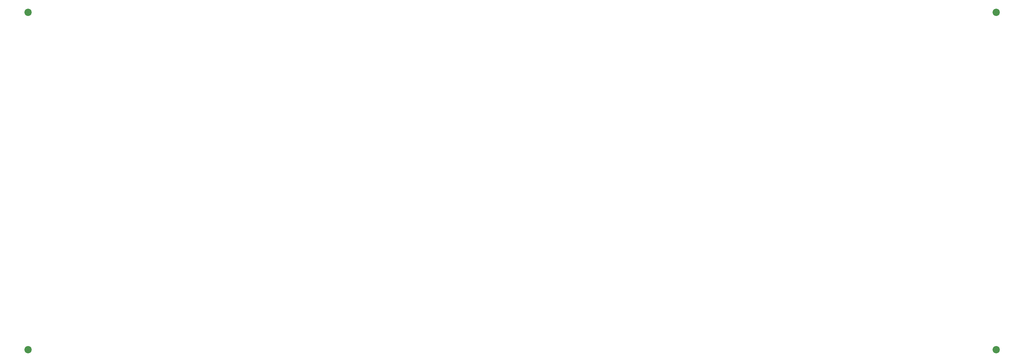
<source format=gbr>
G04 #@! TF.GenerationSoftware,KiCad,Pcbnew,(6.0.11)*
G04 #@! TF.CreationDate,2024-11-25T11:33:10+09:00*
G04 #@! TF.ProjectId,Flame60_Top,466c616d-6536-4305-9f54-6f702e6b6963,rev?*
G04 #@! TF.SameCoordinates,Original*
G04 #@! TF.FileFunction,Soldermask,Bot*
G04 #@! TF.FilePolarity,Negative*
%FSLAX46Y46*%
G04 Gerber Fmt 4.6, Leading zero omitted, Abs format (unit mm)*
G04 Created by KiCad (PCBNEW (6.0.11)) date 2024-11-25 11:33:10*
%MOMM*%
%LPD*%
G01*
G04 APERTURE LIST*
%ADD10C,2.200000*%
G04 APERTURE END LIST*
D10*
X358000000Y-61000000D03*
X66000000Y-61000000D03*
X358000000Y-163000000D03*
X66000000Y-163000000D03*
M02*

</source>
